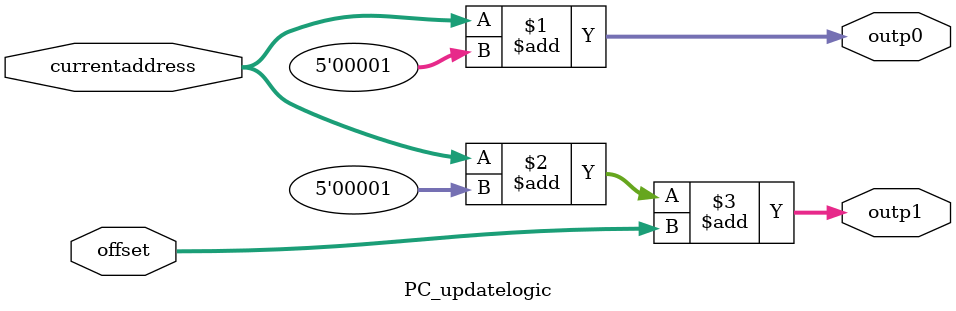
<source format=v>
module PC_updatelogic(currentaddress,offset,outp0,outp1);

	input wire [5:0] currentaddress,offset;
	output wire [5:0] outp0,outp1;
	
	assign outp0 = currentaddress + 5'b00001 ;
	assign outp1 = currentaddress + 5'b00001 + offset;
	
endmodule

</source>
